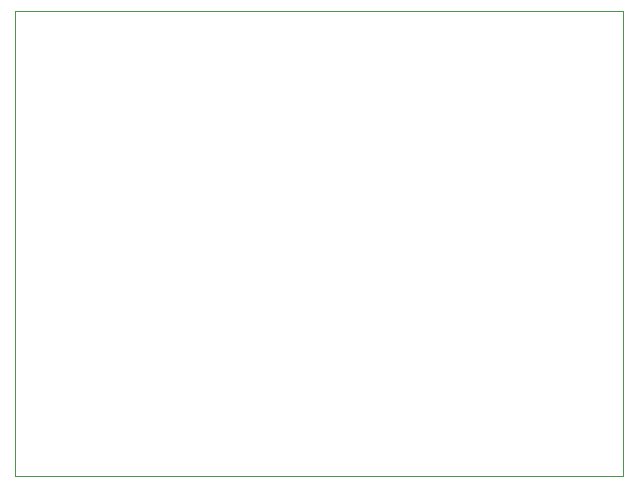
<source format=gbr>
G04*
G04 #@! TF.GenerationSoftware,Altium Limited,Altium Designer,24.8.2 (39)*
G04*
G04 Layer_Color=0*
%FSLAX44Y44*%
%MOMM*%
G71*
G04*
G04 #@! TF.SameCoordinates,090D7C54-D181-4F83-8BE1-2E2D76EF1379*
G04*
G04*
G04 #@! TF.FilePolarity,Positive*
G04*
G01*
G75*
%ADD100C,0.0254*%
D100*
X-5080Y5080D02*
X509270D01*
Y398780D01*
X-5080D01*
Y5080D01*
M02*

</source>
